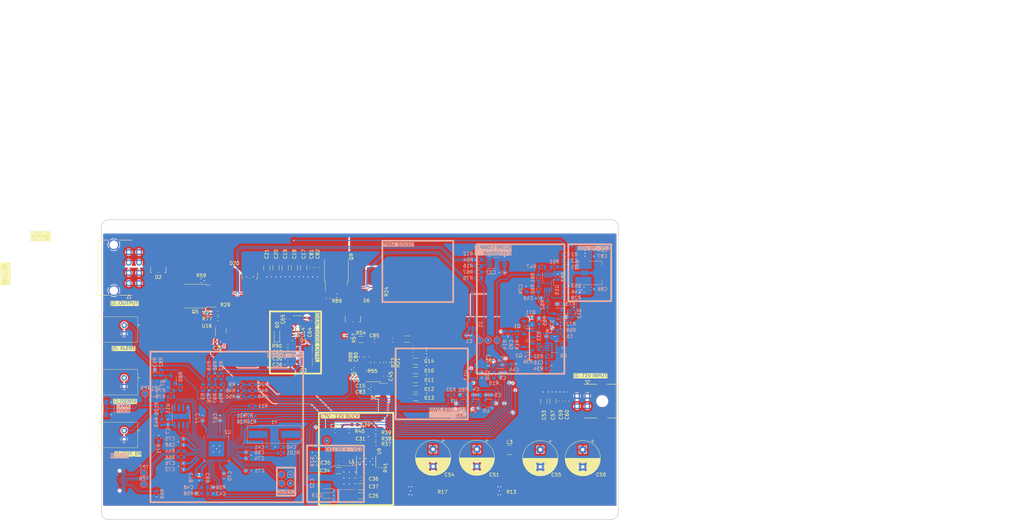
<source format=kicad_pcb>
(kicad_pcb (version 20221018) (generator pcbnew)

  (general
    (thickness 1.64)
  )

  (paper "A3")
  (title_block
    (title "PC-02 EDM PULSE GENERATOR")
    (company "DRAGONFLY POWER SYSTEMS")
  )

  (layers
    (0 "F.Cu" signal)
    (1 "In1.Cu" power)
    (2 "In2.Cu" signal)
    (3 "In3.Cu" signal)
    (4 "In4.Cu" power)
    (31 "B.Cu" signal)
    (32 "B.Adhes" user "B.Adhesive")
    (33 "F.Adhes" user "F.Adhesive")
    (34 "B.Paste" user)
    (35 "F.Paste" user)
    (36 "B.SilkS" user "B.Silkscreen")
    (37 "F.SilkS" user "F.Silkscreen")
    (38 "B.Mask" user)
    (39 "F.Mask" user)
    (40 "Dwgs.User" user "User.Drawings")
    (41 "Cmts.User" user "User.Comments")
    (42 "Eco1.User" user "User.Eco1")
    (43 "Eco2.User" user "User.Eco2")
    (44 "Edge.Cuts" user)
    (45 "Margin" user)
    (46 "B.CrtYd" user "B.Courtyard")
    (47 "F.CrtYd" user "F.Courtyard")
    (48 "B.Fab" user)
    (49 "F.Fab" user)
    (50 "User.1" user)
    (51 "User.2" user)
    (52 "User.3" user)
    (53 "User.4" user)
    (54 "User.5" user)
    (55 "User.6" user)
    (56 "User.7" user)
    (57 "User.8" user)
    (58 "User.9" user)
  )

  (setup
    (stackup
      (layer "F.SilkS" (type "Top Silk Screen") (color "White"))
      (layer "F.Paste" (type "Top Solder Paste"))
      (layer "F.Mask" (type "Top Solder Mask") (color "#000000CC") (thickness 0.01))
      (layer "F.Cu" (type "copper") (thickness 0.07))
      (layer "dielectric 1" (type "prepreg") (thickness 0.18) (material "FR4") (epsilon_r 4.29) (loss_tangent 0.02))
      (layer "In1.Cu" (type "copper") (thickness 0.035))
      (layer "dielectric 2" (type "core") (thickness 0.4) (material "FR4") (epsilon_r 4.29) (loss_tangent 0.02))
      (layer "In2.Cu" (type "copper") (thickness 0.035))
      (layer "dielectric 3" (type "prepreg") (thickness 0.18) (material "FR4") (epsilon_r 4.29) (loss_tangent 0.02))
      (layer "In3.Cu" (type "copper") (thickness 0.035))
      (layer "dielectric 4" (type "core") (thickness 0.4) (material "FR4") (epsilon_r 4.29) (loss_tangent 0.02))
      (layer "In4.Cu" (type "copper") (thickness 0.035))
      (layer "dielectric 5" (type "prepreg") (thickness 0.18) (material "FR4") (epsilon_r 4.29) (loss_tangent 0.02))
      (layer "B.Cu" (type "copper") (thickness 0.07))
      (layer "B.Mask" (type "Bottom Solder Mask") (color "#000000CC") (thickness 0.01))
      (layer "B.Paste" (type "Bottom Solder Paste"))
      (layer "B.SilkS" (type "Bottom Silk Screen") (color "White"))
      (copper_finish "ENIG")
      (dielectric_constraints no)
    )
    (pad_to_mask_clearance 0.0508)
    (solder_mask_min_width 0.0762)
    (aux_axis_origin 126.999998 193.999998)
    (pcbplotparams
      (layerselection 0x00010fc_ffffffff)
      (plot_on_all_layers_selection 0x0000000_00000000)
      (disableapertmacros false)
      (usegerberextensions true)
      (usegerberattributes false)
      (usegerberadvancedattributes false)
      (creategerberjobfile false)
      (dashed_line_dash_ratio 12.000000)
      (dashed_line_gap_ratio 3.000000)
      (svgprecision 4)
      (plotframeref false)
      (viasonmask false)
      (mode 1)
      (useauxorigin true)
      (hpglpennumber 1)
      (hpglpenspeed 20)
      (hpglpendiameter 15.000000)
      (dxfpolygonmode true)
      (dxfimperialunits true)
      (dxfusepcbnewfont true)
      (psnegative false)
      (psa4output false)
      (plotreference false)
      (plotvalue false)
      (plotinvisibletext false)
      (sketchpadsonfab false)
      (subtractmaskfromsilk true)
      (outputformat 1)
      (mirror false)
      (drillshape 0)
      (scaleselection 1)
      (outputdirectory "Gerbers/")
    )
  )

  (net 0 "")
  (net 1 "+3V3")
  (net 2 "GND")
  (net 3 "/CONTROLS/V_SENSE_FILTERED")
  (net 4 "/CONTROLS/V_SLOPE")
  (net 5 "VBUS")
  (net 6 "+12V")
  (net 7 "/CHARGER_POWER_STAGE/CHARGER_TEMP")
  (net 8 "/CONTROLS/CURRENT_TRIP")
  (net 9 "Net-(R49-Pad2)")
  (net 10 "/CONTROLS/OUTPUT_ISENSE_MICRO")
  (net 11 "Net-(Q10A-G)")
  (net 12 "Net-(U4-Pad2)")
  (net 13 "Net-(U8-IN)")
  (net 14 "+1V1")
  (net 15 "/MICRO/OUTPUT_STAGE_TEMP")
  (net 16 "/CHARGER_POWER_STAGE/VCAP")
  (net 17 "Net-(D7-A{slash}K)")
  (net 18 "/CONTROLS/CC_I_LIMIT")
  (net 19 "Net-(U9-BST)")
  (net 20 "Net-(U9-SW)")
  (net 21 "Net-(C38-Pad1)")
  (net 22 "Net-(U9-FB)")
  (net 23 "Net-(C40-Pad1)")
  (net 24 "/MICRO/XIN")
  (net 25 "/CONTROLS/V_CAP_SET")
  (net 26 "/CHARGER_POWER_STAGE/VSW")
  (net 27 "/CONTROLS/SLOPE_GENERATION/I_LIMIT_ADJUSTED")
  (net 28 "+5V")
  (net 29 "VDC")
  (net 30 "Net-(U7A--)")
  (net 31 "Net-(D3-K)")
  (net 32 "Net-(D5-A)")
  (net 33 "/CHARGER_POWER_STAGE/VHB_DIODE")
  (net 34 "/CHARGER_POWER_STAGE/VS_DIODE")
  (net 35 "Net-(Q3-G)")
  (net 36 "Net-(C84-Pad1)")
  (net 37 "Net-(C85-Pad2)")
  (net 38 "Net-(D1-K)")
  (net 39 "/CONNECTORS/ELECTRODE_-")
  (net 40 "Net-(D5-K)")
  (net 41 "/CONNECTORS/OUTPUT_ISENSE")
  (net 42 "/CONNECTORS/CUT_EN")
  (net 43 "/CONNECTORS/SHORT_ALERT")
  (net 44 "Net-(J6-VBUS-PadA4)")
  (net 45 "/CONNECTORS/USB_D_N")
  (net 46 "/CONNECTORS/USB_D_P")
  (net 47 "Net-(J6-CC1)")
  (net 48 "Net-(L2-Pad1)")
  (net 49 "/CONTROLS/OUTPUT_SHUNT_+")
  (net 50 "unconnected-(J6-SBU1-PadA8)")
  (net 51 "/CHARGER_POWER_STAGE/V_SHUNT_+")
  (net 52 "/CHARGER_POWER_STAGE/V_SHUNT_-")
  (net 53 "Net-(Q1-G)")
  (net 54 "Net-(Q2-G)")
  (net 55 "Net-(Q2-S)")
  (net 56 "Net-(Q2-D)")
  (net 57 "Net-(U16-IN)")
  (net 58 "Net-(U16-HO)")
  (net 59 "Net-(Q5-G)")
  (net 60 "Net-(Q7-G)")
  (net 61 "Net-(Q7-D)")
  (net 62 "/CHARGER_POWER_STAGE/VGH")
  (net 63 "Net-(Q9-G)")
  (net 64 "Net-(Q11-G)")
  (net 65 "Net-(U13-+)")
  (net 66 "Net-(U3-D)")
  (net 67 "Net-(U3-~{CLR})")
  (net 68 "/CONTROLS/CC_SLOPE_BLANKING")
  (net 69 "Net-(U6B-+)")
  (net 70 "/CHARGER_POWER_STAGE/CC_CHARGER_EN")
  (net 71 "/CONTROLS/SPARK_THRESHOLD_PWM")
  (net 72 "/MICRO/P_USB_P")
  (net 73 "/CONTROLS/OUTPUT_CURRENT_TRIP")
  (net 74 "Net-(R15-Pad2)")
  (net 75 "/MICRO/P_USB_N")
  (net 76 "Net-(J6-CC2)")
  (net 77 "Net-(U8-EN)")
  (net 78 "Net-(U8-HO)")
  (net 79 "/CHARGER_POWER_STAGE/CC_CHARGER_HI")
  (net 80 "/CHARGER_POWER_STAGE/VG_DIODE")
  (net 81 "/MICRO/OUTPUT_EN")
  (net 82 "/CONTROLS/CC_I_LIMIT_PWM")
  (net 83 "/CONTROLS/V_CAP_SET_PWM")
  (net 84 "Net-(R33-Pad1)")
  (net 85 "Net-(R38-Pad2)")
  (net 86 "Net-(U9-RT)")
  (net 87 "/MICRO/QSPI_SS")
  (net 88 "/CONTROLS/CC_CLK")
  (net 89 "Net-(U3-C)")
  (net 90 "Net-(U15A--)")
  (net 91 "unconnected-(J6-SBU2-PadB8)")
  (net 92 "/CONTROLS/VSENSE_TRIP")
  (net 93 "unconnected-(U6-Pad1)")
  (net 94 "/CONTROLS/CC_PWM_nEN")
  (net 95 "Net-(U15A-+)")
  (net 96 "Net-(U8-RDT)")
  (net 97 "Net-(U8-LO)")
  (net 98 "Net-(U15B-+)")
  (net 99 "Net-(U15B--)")
  (net 100 "Net-(R78-Pad2)")
  (net 101 "/MICRO/CUT_nEN")
  (net 102 "/CHARGER_POWER_STAGE/DIODE_ON")
  (net 103 "Net-(U14-IN)")
  (net 104 "/CHARGER_POWER_STAGE/GATE_BIAS_CLK")
  (net 105 "Net-(R100-Pad2)")
  (net 106 "/MICRO/XOUT")
  (net 107 "/CONNECTORS/SWCLK")
  (net 108 "/CONNECTORS/SWDIO")
  (net 109 "unconnected-(U2-GPIO23-Pad35)")
  (net 110 "unconnected-(U2-GPIO24-Pad36)")
  (net 111 "unconnected-(U2-GPIO16-Pad27)")
  (net 112 "unconnected-(U2-GPIO17-Pad28)")
  (net 113 "unconnected-(U2-GPIO18-Pad29)")
  (net 114 "unconnected-(U2-GPIO19-Pad30)")
  (net 115 "unconnected-(U2-GPIO20-Pad31)")
  (net 116 "unconnected-(U2-GPIO21-Pad32)")
  (net 117 "unconnected-(U2-GPIO22-Pad34)")
  (net 118 "unconnected-(U2-GPIO25-Pad37)")
  (net 119 "Net-(U11-~{RST}(IO3))")
  (net 120 "Net-(U11-CLK)")
  (net 121 "Net-(U11-DI(IO0))")
  (net 122 "Net-(U11-~{WP}(IO2))")
  (net 123 "Net-(U11-DO(IO1))")
  (net 124 "unconnected-(U8-NC-Pad5)")
  (net 125 "unconnected-(U9-PGOOD-Pad6)")
  (net 126 "Net-(U17A-+)")
  (net 127 "Net-(U17A--)")
  (net 128 "/CONTROLS/VSENSE_BUFFERED")
  (net 129 "Net-(C51-Pad2)")
  (net 130 "Net-(R62-Pad1)")
  (net 131 "Net-(D7-A)")
  (net 132 "Net-(D7-K)")
  (net 133 "unconnected-(U17-Pad7)")
  (net 134 "Net-(J5-Pad1)")
  (net 135 "Net-(Q5-S)")
  (net 136 "/CONTROLS/OUTPUT_SHUNT_-")
  (net 137 "Net-(D19-K)")
  (net 138 "unconnected-(U2-GPIO7-Pad9)")
  (net 139 "unconnected-(U2-GPIO8-Pad11)")

  (footprint "NET_TIES:NET_TIE_SMD_10mil" (layer "F.Cu") (at 202.039 126.619 180))

  (footprint "SMD_INDUCTORS:PQ2617BHA" (layer "F.Cu") (at 229.108 131.826 -90))

  (footprint "CONNECTORS:0430450822" (layer "F.Cu") (at 130.599998 120.914999 -90))

  (footprint "SMD_INDUCTORS:VLS6045EX" (layer "F.Cu") (at 196.849998 172.823998 180))

  (footprint "Capacitor_SMD:C_0603_1608Metric" (layer "F.Cu") (at 181.102 145.415 180))

  (footprint "Capacitor_SMD:C_0603_1608Metric" (layer "F.Cu") (at 194.817998 168.251998 180))

  (footprint "CONNECTORS:S2B-XH-A-1" (layer "F.Cu") (at 133.61432 154.149998 90))

  (footprint "Capacitor_SMD:C_0603_1608Metric" (layer "F.Cu") (at 209.423 152.4 90))

  (footprint "Capacitor_SMD:C_0603_1608Metric" (layer "F.Cu") (at 262.128 159.639 90))

  (footprint "Capacitor_SMD:C_0603_1608Metric" (layer "F.Cu") (at 187.5155 136.398 -90))

  (footprint "Resistor_SMD:R_1206_3216Metric" (layer "F.Cu") (at 215.725 141.632 180))

  (footprint "Capacitor_SMD:C_1206_3216Metric" (layer "F.Cu") (at 218.186 148.082))

  (footprint "DFN_QFN:INFINEON_TSDSON-8-25" (layer "F.Cu") (at 211.471 144.878 -90))

  (footprint "Capacitor_SMD:C_0603_1608Metric" (layer "F.Cu") (at 160.795 142.437998))

  (footprint "NET_TIES:NET_TIE_SMD_10mil" (layer "F.Cu") (at 164.447001 128.270001 180))

  (footprint "Resistor_SMD:R_0603_1608Metric" (layer "F.Cu") (at 206.629 172.085 180))

  (footprint "Capacitor_SMD:C_0603_1608Metric" (layer "F.Cu") (at 181.1655 135.89 -90))

  (footprint "Resistor_SMD:R_0603_1608Metric" (layer "F.Cu") (at 208.37 148.434 -90))

  (footprint "Resistor_SMD:R_0603_1608Metric" (layer "F.Cu") (at 195.32 129.041))

  (footprint "Capacitor_SMD:C_1206_3216Metric" (layer "F.Cu") (at 255.397 159.639 90))

  (footprint "Resistor_SMD:R_0603_1608Metric" (layer "F.Cu") (at 205.703 148.434 90))

  (footprint "Package_TO_SOT_SMD:TO-277A" (layer "F.Cu") (at 143.51 119.155 180))

  (footprint "Resistor_SMD:R_0603_1608Metric" (layer "F.Cu") (at 181.102 143.637 180))

  (footprint "Capacitor_SMD:C_1206_3216Metric" (layer "F.Cu") (at 218.186 150.749))

  (footprint "Capacitor_SMD:C_1206_3216Metric" (layer "F.Cu") (at 218.186 153.416))

  (footprint "Package_TO_SOT_SMD:SOT-23-6" (layer "F.Cu") (at 184.3405 136.398))

  (footprint "Capacitor_SMD:C_0603_1608Metric" (layer "F.Cu") (at 181.102 147.32 180))

  (footprint "Capacitor_SMD:C_1206_3216Metric" (layer "F.Cu") (at 185.674 120.904 -90))

  (footprint "Capacitor_SMD:C_0603_1608Metric" (layer "F.Cu") (at 205.232 156.972 180))

  (footprint "Capacitor_SMD:C_1206_3216Metric" (layer "F.Cu") (at 258.064 159.639 90))

  (footprint "Resistor_SMD:R_0603_1608Metric" (layer "F.Cu") (at 206.628998 168.656 180))

  (footprint "Package_TO_SOT_SMD:TO-277A" (layer "F.Cu") (at 200.001 133.379 180))

  (footprint "NET_TIES:NET_TIE_SMD_10mil" (layer "F.Cu") (at 206.139 126.619 180))

  (footprint "TSOP_PACKAGES:TSOP_6_2.5MM WIDTH" (layer "F.Cu") (at 181.102 140.462 180))

  (footprint "CONNECTORS:S2B-XH-A-1" (layer "F.Cu") (at 133.61432 138.857938 90))

  (footprint "Capacitor_SMD:C_0603_1608Metric" (layer "F.Cu") (at 189.738 120.904 -90))

  (footprint "Capacitor_SMD:C_0603_1608Metric" (layer "F.Cu") (at 211.534 142.013 180))

  (footprint "Capacitor_SMD:C_0603_1608Metric" (layer "F.Cu") (at 205.232 155.194 180))

  (footprint "DIODES:DO-220AA (SMP)" (layer "F.Cu") (at 185.674 148.209 180))

  (footprint "Package_SO:VSSOP-10_3x3mm_P0.5mm" (layer "F.Cu") (at 205.232 152.4 180))

  (footprint "THT_CAPACITORS:CP_Radial_D10.0mm_P5.00mm" (layer "F.Cu") (at 254.380998 173.725321 -90))

  (footprint "Capacitor_SMD:C_0603_1608Metric" (layer "F.Cu") (at 195.833998 177.522998))

  (footprint "SMD_RESISTORS:CRE_2512_High_ohm" (layer "F.Cu") (at 204.089 126.619 180))

  (footprint "Resistor_SMD:R_0603_1608Metric" (layer "F.Cu") (at 192.78 129.803 -90))

  (footprint "Capacitor_SMD:C_0603_1608Metric" (layer "F.Cu") (at 187.96 120.904 -90))

  (footprint "Capacitor_SMD:C_1206_3216Metric" (layer "F.Cu")
    (tstamp 878eb789-1f6a-4731-9b50-01c58c534076)
    (at 183.007 120.904 -90)
    (descr "Capacitor SMD 1206 (3216 Metric), square (rectangular) end terminal, IPC_7351 nominal, (Body size source: IPC-SM-782 page 76, https://www.pcb-3d.com/wordpress/wp-content/uploads/ipc-sm-782a_amendment_1_and_2.pdf), generated with kicad-footprint-generator")
    (tags "capacitor")
    (property "Dielectric" "X7S")
    (property "Manufacturer" "Murata")
    (property "Part Number" "GRM31CC72A475KE11L")
    (property "Sheetfile" "CHARGER_POWER_STAGE.kicad_sch")
    (property "Sheetname" "CHARGER_POWER_STAGE")
    (property "Voltage Rating" "100V")
    (property "ki_description" "CAP, 4.7U, 100V, SMT, X7S")
    (path "/ea1081f5-c3c3-413f-8b88-dc41828804b0/e18b23e4-8832-4600-aa3e-f1aee691d793")
    (attr smd)
    (fp_text reference "C18" (at -3.937 0 90) (layer "F.SilkS")
        (effects (font (size 1 1) (thickness 0.15)))
      (tstamp a22a29eb-c308-45b1-a77a-3b93abe12afb)
    )
    (fp_text value "4.7U" (at 0 1.85 90) (layer "F.Fab")
        (effects (font (size 1 1) (thickness 0.15)))
      (tstamp 57c6e9d8-1458-4107-9e92-853044335692)
    )
    (fp_text user "${REFERENCE}" (at 0 0 90) (layer "F.Fab")
        (effects (font (size 0.8 0.8) (thickness 0.12)))
      (tstamp 7027756a-252f-49b1-9245-a3839f2e2fd1)
    )
    (fp_line (start -0.711252 -0.91) (end 0.711252 -0.91)
      (stroke (width 0.12) (type solid)) (layer "F.SilkS") (tstamp 5b759133-111b-46d7-96e2-c71b77c2fb21))
    (fp_line (start -0.711252 0.91) (end 0.711252 0.91)
      (stroke (width 0.12) (type solid)) (layer "F.SilkS") (tstamp e70251d0-b96f-4cdf-aa66-ee2741c2575d))
    (fp_line (start -2.3 -1.15) (end 2.3 -1.15)
      (stroke (width 0.05) (type solid)) (layer "F.CrtYd") (tstamp d0063b09-45f4-46b5-8a21-5755980e18e2))
    (fp_line (start -2.3 1.15) (end -2.3 -1.15)
      (stroke (width 0.05) (type solid)) (layer "F.CrtYd") (tstamp 0a32818a-d581-4fdf-99a7-a39855ebdc8e))
    (fp_line (start 2.3 -1.15) (end 2.3 1.15)
      (stroke (width 0.05) (type solid)) (layer "F.CrtYd") (tstamp c7c69bd2-bf1a-4b6a-8b94-52852d2ea68a))
    (fp_line (start 2.3 1.15) (end -2.3 1.15)
      (stroke (width 0.05) (type solid)) (layer "F.CrtYd") (tstamp ce3c84cd-f98a-43f7-be8e-bb27085117e5))
    (fp_line (start -1.6 -0.8) (end 1.6 -0.8)
      (stroke (width 0.1) (type solid)) (layer "F.Fab") (tstamp 81d2ed88-1eb0-445f-a99a-8048c7bf0e68))
    (fp_line (start -1.6 0.8) (end -1.6 -0.8)
      (stroke (width 0.1) (type solid)) (layer "F.Fab") (tstamp d89adf63-2e56-4518-8ffc-487dc9bf911f))
    (fp_line (start 1.6 -0.8) (end 1.6 0.8)
      (stroke (width 0.1) (type solid)) (layer "F.Fab") (tstamp 03112873-4b07-415d-89c7-d59f3d3d1b4b))
    (fp_line (start 1.6 0.8) (end -1.6 0.8)
      (stroke (width 0.1) (type solid)) (layer "F.Fab") (tstamp 5656c492-a53d-470c-
... [2878145 chars truncated]
</source>
